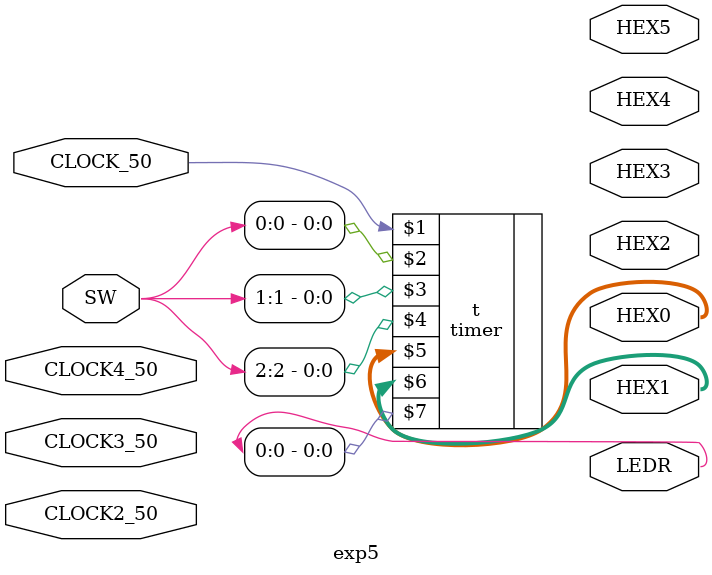
<source format=v>


module exp5(

	//////////// CLOCK //////////
	input 		          		CLOCK2_50,
	input 		          		CLOCK3_50,
	input 		          		CLOCK4_50,
	input 		          		CLOCK_50,

	//////////// SW //////////
	input 		     [9:0]		SW,

	//////////// LED //////////
	output		     [9:0]		LEDR,

	//////////// Seg7 //////////
	output		     [6:0]		HEX0,
	output		     [6:0]		HEX1,
	output		     [6:0]		HEX2,
	output		     [6:0]		HEX3,
	output		     [6:0]		HEX4,
	output		     [6:0]		HEX5
);



//=======================================================
//  REG/WIRE declarations
//=======================================================


timer t(CLOCK_50,SW[0],SW[1],SW[2],HEX0[6:0],HEX1[6:0],LEDR[0]);

//=======================================================
//  Structural coding
//=======================================================



endmodule

</source>
